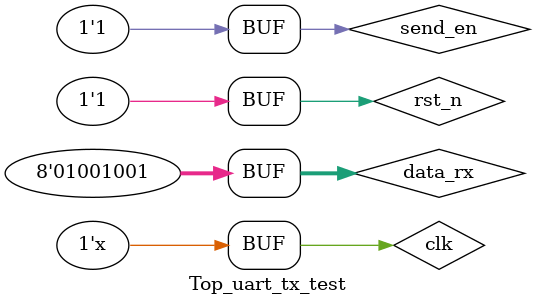
<source format=v>
`timescale 1ns / 1ps


module Top_uart_tx_test;

	// Inputs
	reg clk;
	reg send_en;
	reg rst_n;
	reg [7:0] data_rx;

	// Outputs
	wire RX232;
	wire over_rx;

	// Instantiate the Unit Under Test (UUT)
	Top_uart_tx uut (
		.clk(clk), 
		.send_en(send_en), 
		.rst_n(rst_n), 
		.data_rx(data_rx), 
		.RX232(RX232), 
		.over_rx(over_rx)
	);

	initial begin
		// Initialize Inputs
		clk = 0;
		send_en = 0;
		rst_n = 0;
		data_rx = 0;

		// Wait 100 ns for global reset to finish
		#10;
		send_en=1'b1;
		rst_n=1'b1;
		data_rx=8'b01001001;
        
		// Add stimulus here

	end
    always #10 clk=~clk;  
endmodule


</source>
